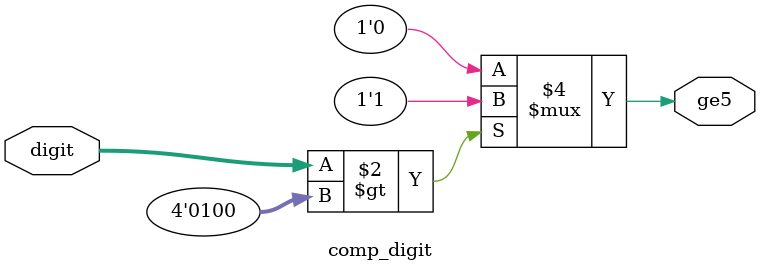
<source format=v>
module comp_digit(digit, ge5);
    input [3:0] digit;
    output reg ge5;

    always @(*) begin
        if (digit > 4'd4)
            ge5 = 1;
        else
            ge5 = 0;
    end
endmodule
</source>
